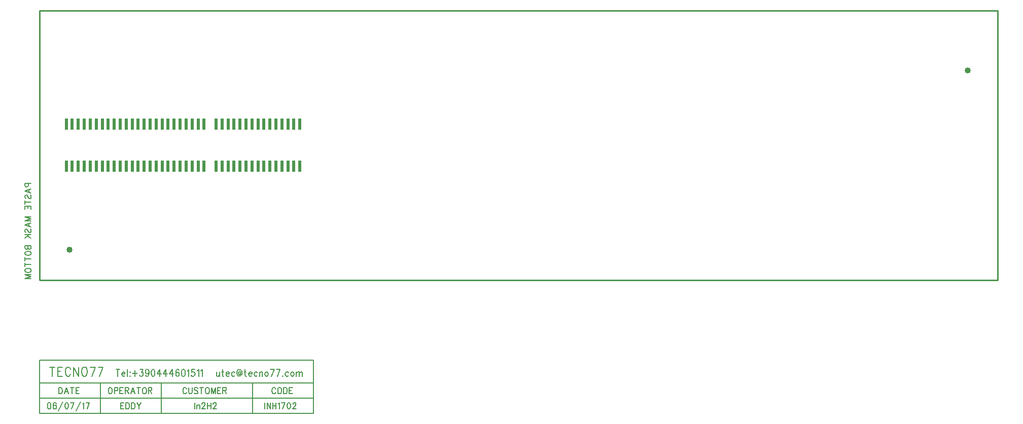
<source format=gbr>
%FSLAX35Y35*%
%MOIN*%
%SFA1.000B1.000*%

G04 Copyright (c) 2015-2018 in2H2 inc.
G04 System developed for in2H2 inc. by Intermotion Technology, Inc.
G04 
G04 Full system RTL, C sources and board design files available at https://github.com/nearist
G04 
G04 in2H2 inc. Team Members:
G04 - Chris McCormick - Algorithm Research and Design
G04 - Matt McCormick - Board Production, System Q/A
G04 
G04 Intermotion Technology Inc. Team Members:
G04 - Mick Fandrich - Project Lead
G04 - Dr. Ludovico Minati - Board Architecture and Design, FPGA Technology Advisor
G04 - Vardan Movsisyan - RTL Team Lead
G04 - Khachatur Gyozalyan - RTL Design
G04 - Tigran Papazyan - RTL Design
G04 - Taron Harutyunyan - RTL Design
G04 - Hayk Ghaltaghchyan - System Software
G04 
G04 Tecno77 S.r.l. Team Members:
G04 - Stefano Aldrigo, Board Layout Design
G04 
G04 We dedicate this project to the memory of Bruce McCormick, an AI pioneer
G04 and advocate, a good friend and father.
G04 
G04 These materials are provided free of charge: you can redistribute them and/or modify  
G04 them under the terms of the GNU General Public License as published by  
G04 the Free Software Foundation, version 3.
G04 
G04 These materials are distributed in the hope that they will be useful, but 
G04 WITHOUT ANY WARRANTY; without even the implied warranty of 
G04 MERCHANTABILITY or FITNESS FOR A PARTICULAR PURPOSE. See the GNU 
G04 General Public License for more details.
G04 In particular, this design should be treated as UNVERIFIED and UNCERTIFIED
G04 
G04 You should have received a copy of the GNU General Public License 
G04 along with this design. If not, see <http://www.gnu.org/licenses/>.

%FSLAX35Y35*%
%MOIN*%
%SFA1.000B1.000*%

%MIA0B0*%
%IPPOS*%
%ADD11C,0.00800*%
%ADD20C,0.04000*%
%ADD21C,0.00984*%
%ADD25C,0.00700*%
%ADD30R,0.02402X0.07402*%
%LNpastemaskbtm.gb*%
%LPD*%
G54D20*X119685Y119685D03*X710236Y237795D03*G54D30*X271260Y174683D03*Y202482D03*X267323Y174683D03*Y202482D03*X263386Y174683D03*Y202482D03*X259449Y174683D03*Y202482D03*X255512Y174683D03*Y202482D03*X251575Y174683D03*Y202482D03*X247638Y174683D03*Y202482D03*X243701Y174683D03*Y202482D03*X239764Y174683D03*Y202482D03*X235827Y174683D03*Y202482D03*X231890Y174683D03*Y202482D03*X227953Y174683D03*Y202482D03*X224016Y174683D03*Y202482D03*X220079Y174683D03*Y202482D03*X216142Y174683D03*Y202482D03*X208268Y174683D03*Y202482D03*X204331Y174683D03*Y202482D03*X200394Y174683D03*Y202482D03*X196457Y174683D03*Y202482D03*X192520Y174683D03*Y202482D03*X188583Y174683D03*Y202482D03*X184646Y174683D03*Y202482D03*X180709Y174683D03*Y202482D03*X176772Y174683D03*Y202482D03*X172835Y174683D03*Y202482D03*X168898Y174683D03*Y202482D03*X164961Y174683D03*Y202482D03*X161024Y174683D03*Y202482D03*X157087Y174683D03*Y202482D03*X153150Y174683D03*Y202482D03*X149213Y174683D03*Y202482D03*X145276Y174683D03*Y202482D03*X141339Y174683D03*Y202482D03*X137402Y174683D03*Y202482D03*X133465Y174683D03*Y202482D03*X129528Y174683D03*Y202482D03*X125591Y174683D03*Y202482D03*X121654Y174683D03*Y202482D03*X117717Y174683D03*Y202482D03*G54D11*X140000Y32224D02*G01Y12224D01*X180000Y32224D02*G01Y12224D01*X240000Y32224D02*G01Y12224D01*X100000Y47224D02*G01X280000D01*Y12224*X100000*Y47224*Y32224D02*G01X280000D01*X100000Y22224D02*G01X280000D01*X108491Y42662D02*G01Y36624D01*X106900Y42662D02*G01X110082D01*X112127D02*G01Y36624D01*Y42662D02*G01X115082D01*X112127Y39787D02*G01X113945D01*X112127Y36624D02*G01X115082D01*X120536Y41224D02*G01X120309Y41799D01*X119855Y42374*X119400Y42662*X118491*X118036Y42374*X117582Y41799*X117355Y41224*X117127Y40362*Y38924*X117355Y38062*X117582Y37487*X118036Y36912*X118491Y36624*X119400*X119855Y36912*X120309Y37487*X120536Y38062*X122582Y42662D02*G01Y36624D01*Y42662D02*G01X125764Y36624D01*Y42662D02*G01Y36624D01*X129173Y42662D02*G01X128718Y42374D01*X128264Y41799*X128036Y41224*X127809Y40362*Y38924*X128036Y38062*X128264Y37487*X128718Y36912*X129173Y36624*X130082*X130536Y36912*X130991Y37487*X131218Y38062*X131445Y38924*Y40362*X131218Y41224*X130991Y41799*X130536Y42374*X130082Y42662*X129173*X136673D02*G01X134400Y36624D01*X133491Y42662D02*G01X136673D01*X141900D02*G01X139627Y36624D01*X138718Y42662D02*G01X141900D01*G54D21*X100003Y277165D02*G01X729924D01*Y100000*X100003*Y277165*G54D25*X151543Y41037D02*G01Y36574D01*X150350Y41037D02*G01X152736D01*X154270Y38274D02*G01X156316D01*Y38699*X156145Y39124*X155975Y39337*X155634Y39549*X155123*X154782Y39337*X154441Y38912*X154270Y38274*Y37849*X154441Y37212*X154782Y36787*X155123Y36574*X155634*X155975Y36787*X156316Y37212*X157850Y41037D02*G01Y36574D01*X159555Y39549D02*G01X159384Y39337D01*X159555Y39124*X159725Y39337*X159555Y39549*Y36999D02*G01X159384Y36787D01*X159555Y36574*X159725Y36787*X159555Y36999*X162793Y40399D02*G01Y36574D01*X161259Y38487D02*G01X164327D01*X166202Y41037D02*G01X168077D01*X167055Y39337*X167566*X167907Y39124*X168077Y38912*X168248Y38274*Y37849*X168077Y37212*X167736Y36787*X167225Y36574*X166714*X166202Y36787*X166032Y36999*X165861Y37424*X171998Y39549D02*G01X171827Y38912D01*X171486Y38487*X170975Y38274*X170805*X170293Y38487*X169952Y38912*X169782Y39549*Y39762*X169952Y40399*X170293Y40824*X170805Y41037*X170975*X171486Y40824*X171827Y40399*X171998Y39549*Y38487*X171827Y37424*X171486Y36787*X170975Y36574*X170634*X170123Y36787*X169952Y37212*X174555Y41037D02*G01X174043Y40824D01*X173702Y40187*X173532Y39124*Y38487*X173702Y37424*X174043Y36787*X174555Y36574*X174895*X175407Y36787*X175748Y37424*X175918Y38487*Y39124*X175748Y40187*X175407Y40824*X174895Y41037*X174555*X179157D02*G01X177452Y38062D01*X180009*X179157Y41037D02*G01Y36574D01*X183248Y41037D02*G01X181543Y38062D01*X184100*X183248Y41037D02*G01Y36574D01*X187339Y41037D02*G01X185634Y38062D01*X188191*X187339Y41037D02*G01Y36574D01*X191770Y40399D02*G01X191600Y40824D01*X191089Y41037*X190748*X190236Y40824*X189895Y40187*X189725Y39124*Y38062*X189895Y37212*X190236Y36787*X190748Y36574*X190918*X191430Y36787*X191770Y37212*X191941Y37849*Y38062*X191770Y38699*X191430Y39124*X190918Y39337*X190748*X190236Y39124*X189895Y38699*X189725Y38062*X194498Y41037D02*G01X193986Y40824D01*X193645Y40187*X193475Y39124*Y38487*X193645Y37424*X193986Y36787*X194498Y36574*X194839*X195350Y36787*X195691Y37424*X195861Y38487*Y39124*X195691Y40187*X195350Y40824*X194839Y41037*X194498*X197395Y40187D02*G01X197736Y40399D01*X198248Y41037*Y36574*X201998Y41037D02*G01X200293D01*X200123Y39124*X200293Y39337*X200805Y39549*X201316*X201827Y39337*X202168Y38912*X202339Y38274*X202168Y37849*X201998Y37212*X201657Y36787*X201145Y36574*X200634*X200123Y36787*X199952Y36999*X199782Y37424*X203873Y40187D02*G01X204214Y40399D01*X204725Y41037*Y36574*X206259Y40187D02*G01X206600Y40399D01*X207111Y41037*Y36574*X216486Y39549D02*G01Y37424D01*X216657Y36787*X216998Y36574*X217509*X217850Y36787*X218361Y37424*Y39549D02*G01Y36574D01*X220407Y41037D02*G01Y37424D01*X220577Y36787*X220918Y36574*X221259*X219895Y39549D02*G01X221089D01*X222793Y38274D02*G01X224839D01*Y38699*X224668Y39124*X224498Y39337*X224157Y39549*X223645*X223305Y39337*X222964Y38912*X222793Y38274*Y37849*X222964Y37212*X223305Y36787*X223645Y36574*X224157*X224498Y36787*X224839Y37212*X228418Y38912D02*G01X228077Y39337D01*X227736Y39549*X227225*X226884Y39337*X226543Y38912*X226373Y38274*Y37849*X226543Y37212*X226884Y36787*X227225Y36574*X227736*X228077Y36787*X228418Y37212*X232168Y36787D02*G01X231486D01*X230634Y36999*X230293Y37424*X229952Y38274*Y39337*X230293Y40399*X230634Y40824*X232168*X232680Y40399*X233020Y39762*X233191Y38699*X233020Y37849*X232850Y37637*X232168Y37424D02*G01X231998Y37637D01*Y39762*Y39337D02*G01X231657Y39549D01*X231316*X230975Y39337*X230805Y38912*Y38487*X230975Y38062*X231316Y37849*X231657*X231998Y38062*X232168Y37424D02*G01X232680D01*X232850Y37637*X235236Y41037D02*G01Y37424D01*X235407Y36787*X235748Y36574*X236089*X234725Y39549D02*G01X235918D01*X237623Y38274D02*G01X239668D01*Y38699*X239498Y39124*X239327Y39337*X238986Y39549*X238475*X238134Y39337*X237793Y38912*X237623Y38274*Y37849*X237793Y37212*X238134Y36787*X238475Y36574*X238986*X239327Y36787*X239668Y37212*X243248Y38912D02*G01X242907Y39337D01*X242566Y39549*X242055*X241714Y39337*X241373Y38912*X241202Y38274*Y37849*X241373Y37212*X241714Y36787*X242055Y36574*X242566*X242907Y36787*X243248Y37212*X244782Y39549D02*G01Y36574D01*Y38699D02*G01X245293Y39337D01*X245634Y39549*X246145*X246486Y39337*X246657Y38699*Y36574*X249043Y39549D02*G01X248702Y39337D01*X248361Y38912*X248191Y38274*Y37849*X248361Y37212*X248702Y36787*X249043Y36574*X249555*X249895Y36787*X250236Y37212*X250407Y37849*Y38274*X250236Y38912*X249895Y39337*X249555Y39549*X249043*X254327Y41037D02*G01X252623Y36574D01*X251941Y41037D02*G01X254327D01*X258248D02*G01X256543Y36574D01*X255861Y41037D02*G01X258248D01*X259952Y36999D02*G01X259782Y36787D01*X259952Y36574*X260123Y36787*X259952Y36999*X263702Y38912D02*G01X263361Y39337D01*X263020Y39549*X262509*X262168Y39337*X261827Y38912*X261657Y38274*Y37849*X261827Y37212*X262168Y36787*X262509Y36574*X263020*X263361Y36787*X263702Y37212*X266089Y39549D02*G01X265748Y39337D01*X265407Y38912*X265236Y38274*Y37849*X265407Y37212*X265748Y36787*X266089Y36574*X266600*X266941Y36787*X267282Y37212*X267452Y37849*Y38274*X267282Y38912*X266941Y39337*X266600Y39549*X266089*X268986D02*G01Y36574D01*Y38699D02*G01X269498Y39337D01*X269839Y39549*X270350*X270691Y39337*X270861Y38699*Y36574*Y38699D02*G01X271373Y39337D01*X271714Y39549*X272225*X272566Y39337*X272736Y38699*Y36574*X153452Y19209D02*G01Y15074D01*Y19209D02*G01X155520D01*X153452Y17240D02*G01X154725D01*X153452Y15074D02*G01X155520D01*X156952Y19209D02*G01Y15074D01*Y19209D02*G01X158066D01*X158543Y19012*X158861Y18618*X159020Y18224*X159180Y17634*Y16649*X159020Y16059*X158861Y15665*X158543Y15271*X158066Y15074*X156952*X160611Y19209D02*G01Y15074D01*Y19209D02*G01X161725D01*X162202Y19012*X162520Y18618*X162680Y18224*X162839Y17634*Y16649*X162680Y16059*X162520Y15665*X162202Y15271*X161725Y15074*X160611*X164270Y19209D02*G01X165543Y17240D01*Y15074*X166816Y19209D02*G01X165543Y17240D01*X106384Y19209D02*G01X105907Y19012D01*X105589Y18421*X105430Y17437*Y16846*X105589Y15862*X105907Y15271*X106384Y15074*X106702*X107180Y15271*X107498Y15862*X107657Y16846*Y17437*X107498Y18421*X107180Y19012*X106702Y19209*X106384*X110998Y18618D02*G01X110839Y19012D01*X110361Y19209*X110043*X109566Y19012*X109248Y18421*X109089Y17437*Y16453*X109248Y15665*X109566Y15271*X110043Y15074*X110202*X110680Y15271*X110998Y15665*X111157Y16256*Y16453*X110998Y17043*X110680Y17437*X110202Y17634*X110043*X109566Y17437*X109248Y17043*X109089Y16453*X115452Y19996D02*G01X112589Y13696D01*X117839Y19209D02*G01X117361Y19012D01*X117043Y18421*X116884Y17437*Y16846*X117043Y15862*X117361Y15271*X117839Y15074*X118157*X118634Y15271*X118952Y15862*X119111Y16846*Y17437*X118952Y18421*X118634Y19012*X118157Y19209*X117839*X122770D02*G01X121180Y15074D01*X120543Y19209D02*G01X122770D01*X127066Y19996D02*G01X124202Y13696D01*X128498Y18421D02*G01X128816Y18618D01*X129293Y19209*Y15074*X132952Y19209D02*G01X131361Y15074D01*X130725Y19209D02*G01X132952D01*X248248D02*G01Y15074D01*X249680Y19209D02*G01Y15074D01*Y19209D02*G01X251907Y15074D01*Y19209D02*G01Y15074D01*X253339Y19209D02*G01Y15074D01*X255566Y19209D02*G01Y15074D01*X253339Y17240D02*G01X255566D01*X256998Y18421D02*G01X257316Y18618D01*X257793Y19209*Y15074*X261452Y19209D02*G01X259861Y15074D01*X259225Y19209D02*G01X261452D01*X263839D02*G01X263361Y19012D01*X263043Y18421*X262884Y17437*Y16846*X263043Y15862*X263361Y15271*X263839Y15074*X264157*X264634Y15271*X264952Y15862*X265111Y16846*Y17437*X264952Y18421*X264634Y19012*X264157Y19209*X263839*X266702Y18224D02*G01Y18421D01*X266861Y18815*X267020Y19012*X267339Y19209*X267975*X268293Y19012*X268452Y18815*X268611Y18421*Y18028*X268452Y17634*X268134Y17043*X266543Y15074*X268770*X112850Y29209D02*G01Y25074D01*Y29209D02*G01X113964D01*X114441Y29012*X114759Y28618*X114918Y28224*X115077Y27634*Y26649*X114918Y26059*X114759Y25665*X114441Y25271*X113964Y25074*X112850*X117782Y29209D02*G01X116509Y25074D01*X117782Y29209D02*G01X119055Y25074D01*X116986Y26453D02*G01X118577D01*X121600Y29209D02*G01Y25074D01*X120486Y29209D02*G01X122714D01*X124145D02*G01Y25074D01*Y29209D02*G01X126214D01*X124145Y27240D02*G01X125418D01*X124145Y25074D02*G01X126214D01*X146305Y29209D02*G01X145986Y29012D01*X145668Y28618*X145509Y28224*X145350Y27634*Y26649*X145509Y26059*X145668Y25665*X145986Y25271*X146305Y25074*X146941*X147259Y25271*X147577Y25665*X147736Y26059*X147895Y26649*Y27634*X147736Y28224*X147577Y28618*X147259Y29012*X146941Y29209*X146305*X149327D02*G01Y25074D01*Y29209D02*G01X150759D01*X151236Y29012*X151395Y28815*X151555Y28421*Y27831*X151395Y27437*X151236Y27240*X150759Y27043*X149327*X152986Y29209D02*G01Y25074D01*Y29209D02*G01X155055D01*X152986Y27240D02*G01X154259D01*X152986Y25074D02*G01X155055D01*X156486Y29209D02*G01Y25074D01*Y29209D02*G01X157918D01*X158395Y29012*X158555Y28815*X158714Y28421*Y28028*X158555Y27634*X158395Y27437*X157918Y27240*X156486*X157600D02*G01X158714Y25074D01*X161418Y29209D02*G01X160145Y25074D01*X161418Y29209D02*G01X162691Y25074D01*X160623Y26453D02*G01X162214D01*X165236Y29209D02*G01Y25074D01*X164123Y29209D02*G01X166350D01*X168736D02*G01X168418Y29012D01*X168100Y28618*X167941Y28224*X167782Y27634*Y26649*X167941Y26059*X168100Y25665*X168418Y25271*X168736Y25074*X169373*X169691Y25271*X170009Y25665*X170168Y26059*X170327Y26649*Y27634*X170168Y28224*X170009Y28618*X169691Y29012*X169373Y29209*X168736*X171759D02*G01Y25074D01*Y29209D02*G01X173191D01*X173668Y29012*X173827Y28815*X173986Y28421*Y28028*X173827Y27634*X173668Y27437*X173191Y27240*X171759*X172873D02*G01X173986Y25074D01*X196736Y28224D02*G01X196577Y28618D01*X196259Y29012*X195941Y29209*X195305*X194986Y29012*X194668Y28618*X194509Y28224*X194350Y27634*Y26649*X194509Y26059*X194668Y25665*X194986Y25271*X195305Y25074*X195941*X196259Y25271*X196577Y25665*X196736Y26059*X198168Y29209D02*G01Y26256D01*X198327Y25665*X198645Y25271*X199123Y25074*X199441*X199918Y25271*X200236Y25665*X200395Y26256*Y29209*X204055Y28618D02*G01X203736Y29012D01*X203259Y29209*X202623*X202145Y29012*X201827Y28618*Y28224*X201986Y27831*X202145Y27634*X202464Y27437*X203418Y27043*X203736Y26846*X203895Y26649*X204055Y26256*Y25665*X203736Y25271*X203259Y25074*X202623*X202145Y25271*X201827Y25665*X206600Y29209D02*G01Y25074D01*X205486Y29209D02*G01X207714D01*X210100D02*G01X209782Y29012D01*X209464Y28618*X209305Y28224*X209145Y27634*Y26649*X209305Y26059*X209464Y25665*X209782Y25271*X210100Y25074*X210736*X211055Y25271*X211373Y25665*X211532Y26059*X211691Y26649*Y27634*X211532Y28224*X211373Y28618*X211055Y29012*X210736Y29209*X210100*X213123D02*G01Y25074D01*Y29209D02*G01X214395Y25074D01*X215668Y29209D02*G01X214395Y25074D01*X215668Y29209D02*G01Y25074D01*X217100Y29209D02*G01Y25074D01*Y29209D02*G01X219168D01*X217100Y27240D02*G01X218373D01*X217100Y25074D02*G01X219168D01*X220600Y29209D02*G01Y25074D01*Y29209D02*G01X222032D01*X222509Y29012*X222668Y28815*X222827Y28421*Y28028*X222668Y27634*X222509Y27437*X222032Y27240*X220600*X221714D02*G01X222827Y25074D01*X255236Y28224D02*G01X255077Y28618D01*X254759Y29012*X254441Y29209*X253805*X253486Y29012*X253168Y28618*X253009Y28224*X252850Y27634*Y26649*X253009Y26059*X253168Y25665*X253486Y25271*X253805Y25074*X254441*X254759Y25271*X255077Y25665*X255236Y26059*X257623Y29209D02*G01X257305Y29012D01*X256986Y28618*X256827Y28224*X256668Y27634*Y26649*X256827Y26059*X256986Y25665*X257305Y25271*X257623Y25074*X258259*X258577Y25271*X258895Y25665*X259055Y26059*X259214Y26649*Y27634*X259055Y28224*X258895Y28618*X258577Y29012*X258259Y29209*X257623*X260645D02*G01Y25074D01*Y29209D02*G01X261759D01*X262236Y29012*X262555Y28618*X262714Y28224*X262873Y27634*Y26649*X262714Y26059*X262555Y25665*X262236Y25271*X261759Y25074*X260645*X264305Y29209D02*G01Y25074D01*Y29209D02*G01X266373D01*X264305Y27240D02*G01X265577D01*X264305Y25074D02*G01X266373D01*X202191Y19209D02*G01Y15074D01*X203623Y17831D02*G01Y15074D01*Y17043D02*G01X204100Y17634D01*X204418Y17831*X204895*X205214Y17634*X205373Y17043*Y15074*X206964Y18224D02*G01Y18421D01*X207123Y18815*X207282Y19012*X207600Y19209*X208236*X208555Y19012*X208714Y18815*X208873Y18421*Y18028*X208714Y17634*X208395Y17043*X206805Y15074*X209032*X210464Y19209D02*G01Y15074D01*X212691Y19209D02*G01Y15074D01*X210464Y17240D02*G01X212691D01*X214282Y18224D02*G01Y18421D01*X214441Y18815*X214600Y19012*X214918Y19209*X215555*X215873Y19012*X216032Y18815*X216191Y18421*Y18028*X216032Y17634*X215714Y17043*X214123Y15074*X216350*X90516Y163509D02*G01X94650D01*X90516D02*G01Y162077D01*X90712Y161600*Y161600D02*G01X90909Y161441D01*X91303Y161282*X91894*X92287Y161441*Y161441D02*G01X92484Y161600D01*X92681Y162077*Y163509*X90516Y158577D02*G01X94650Y159850D01*X90516Y158577D02*G01X94650Y157305D01*X93272Y159373D02*G01Y157782D01*X91106Y153645D02*G01X90712Y153964D01*Y153964D02*G01X90516Y154441D01*Y155077*X90712Y155555*Y155555D02*G01X91106Y155873D01*X91500*X91894Y155714*X92091Y155555*X92287Y155236*Y155236D02*G01X92681Y154282D01*X92878Y153964*X93075Y153805*X93469Y153645*X94059*X94453Y153964*X94650Y154441*Y155077*X94453Y155555*X94059Y155873*X90516Y151100D02*G01X94650D01*X90516Y152214D02*G01Y149986D01*Y148555D02*G01X94650D01*X90516D02*G01Y146486D01*X92484Y148555D02*G01Y147282D01*X94650Y148555D02*G01Y146486D01*X90516Y141395D02*G01X94650D01*X90516D02*G01X94650Y140123D01*X90516Y138850D02*G01X94650Y140123D01*X90516Y138850D02*G01X94650D01*X90516Y136145D02*G01X94650Y137418D01*X90516Y136145D02*G01X94650Y134873D01*X93272Y136941D02*G01Y135350D01*X91106Y131214D02*G01X90712Y131532D01*Y131532D02*G01X90516Y132009D01*Y132645*X90712Y133123*Y133123D02*G01X91106Y133441D01*X91500*X91894Y133282*X92091Y133123*X92287Y132805*Y132805D02*G01X92681Y131850D01*X92878Y131532*X93075Y131373*X93469Y131214*X94059*X94453Y131532*X94650Y132009*Y132645*X94453Y133123*X94059Y133441*X90516Y129782D02*G01X94650D01*X90516Y127555D02*G01X93272Y129782D01*X92287Y128986D02*G01X94650Y127555D01*X90516Y122464D02*G01X94650D01*X90516D02*G01Y121032D01*X90712Y120555*Y120555D02*G01X90909Y120395D01*X91303Y120236*X91697*X92091Y120395*X92287Y120555*Y120555D02*G01X92484Y121032D01*Y122464D02*G01Y121032D01*X92681Y120555*X92878Y120395*X93272Y120236*X93862*Y120236D02*G01X94256Y120395D01*X94453Y120555*X94650Y121032*Y122464*X90516Y117850D02*G01X90712Y118168D01*Y118168D02*G01X91106Y118486D01*X91500Y118645*X92091Y118805*X93075*X93666Y118645*X94059Y118486*X94453Y118168*X94650Y117850*Y117214*X94453Y116895*X94059Y116577*X93666Y116418*X93075Y116259*X92091*X91500Y116418*X91106Y116577*X90712Y116895*Y116895D02*G01X90516Y117214D01*Y117850*Y113714D02*G01X94650D01*X90516Y114827D02*G01Y112600D01*Y110055D02*G01X94650D01*X90516Y111168D02*G01Y108941D01*Y106555D02*G01X90712Y106873D01*Y106873D02*G01X91106Y107191D01*X91500Y107350*X92091Y107509*X93075*X93666Y107350*X94059Y107191*X94453Y106873*X94650Y106555*Y105918*X94453Y105600*X94059Y105282*X93666Y105123*X93075Y104964*X92091*X91500Y105123*X91106Y105282*X90712Y105600*Y105600D02*G01X90516Y105918D01*Y106555*Y103532D02*G01X94650D01*X90516D02*G01X94650Y102259D01*X90516Y100986D02*G01X94650Y102259D01*X90516Y100986D02*G01X94650D01*M02*
</source>
